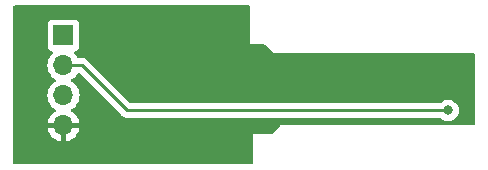
<source format=gbr>
%TF.GenerationSoftware,KiCad,Pcbnew,7.0.6-7.0.6~ubuntu22.04.1*%
%TF.CreationDate,2023-08-14T10:47:39+02:00*%
%TF.ProjectId,SHT45,53485434-352e-46b6-9963-61645f706362,rev?*%
%TF.SameCoordinates,Original*%
%TF.FileFunction,Copper,L2,Bot*%
%TF.FilePolarity,Positive*%
%FSLAX46Y46*%
G04 Gerber Fmt 4.6, Leading zero omitted, Abs format (unit mm)*
G04 Created by KiCad (PCBNEW 7.0.6-7.0.6~ubuntu22.04.1) date 2023-08-14 10:47:39*
%MOMM*%
%LPD*%
G01*
G04 APERTURE LIST*
%TA.AperFunction,ComponentPad*%
%ADD10R,1.700000X1.700000*%
%TD*%
%TA.AperFunction,ComponentPad*%
%ADD11O,1.700000X1.700000*%
%TD*%
%TA.AperFunction,ViaPad*%
%ADD12C,0.800000*%
%TD*%
%TA.AperFunction,Conductor*%
%ADD13C,0.250000*%
%TD*%
G04 APERTURE END LIST*
D10*
%TO.P,J1,1,Pin_1*%
%TO.N,+3.3V*%
X127711000Y-78232000D03*
D11*
%TO.P,J1,2,Pin_2*%
%TO.N,/SCL*%
X127711000Y-80772000D03*
%TO.P,J1,3,Pin_3*%
%TO.N,/SDA*%
X127711000Y-83312000D03*
%TO.P,J1,4,Pin_4*%
%TO.N,GND*%
X127711000Y-85852000D03*
%TD*%
D12*
%TO.N,GND*%
X151130000Y-82550000D03*
X130048000Y-83566000D03*
%TO.N,/SCL*%
X160274000Y-84582000D03*
%TD*%
D13*
%TO.N,/SCL*%
X160274000Y-84582000D02*
X133096000Y-84582000D01*
X129286000Y-80772000D02*
X127711000Y-80772000D01*
X133096000Y-84582000D02*
X129286000Y-80772000D01*
%TD*%
%TA.AperFunction,Conductor*%
%TO.N,GND*%
G36*
X143452539Y-75712185D02*
G01*
X143498294Y-75764989D01*
X143509500Y-75816500D01*
X143509500Y-78969467D01*
X143509416Y-78969889D01*
X143509459Y-78994001D01*
X143509500Y-78994099D01*
X143509616Y-78994382D01*
X143509618Y-78994384D01*
X143509808Y-78994462D01*
X143510000Y-78994541D01*
X143510002Y-78994539D01*
X143534616Y-78994524D01*
X143534616Y-78994528D01*
X143534760Y-78994500D01*
X144728430Y-78994500D01*
X144795469Y-79014185D01*
X144816111Y-79030819D01*
X145524197Y-79738904D01*
X145524488Y-79739339D01*
X145541616Y-79756381D01*
X145541617Y-79756383D01*
X145541717Y-79756424D01*
X145542000Y-79756542D01*
X145566585Y-79756553D01*
X145566856Y-79756500D01*
X162435500Y-79756500D01*
X162502539Y-79776185D01*
X162548294Y-79828989D01*
X162559500Y-79880500D01*
X162559500Y-85727500D01*
X162539815Y-85794539D01*
X162487011Y-85840294D01*
X162435500Y-85851500D01*
X146074856Y-85851500D01*
X146074703Y-85851469D01*
X146074703Y-85851478D01*
X146050000Y-85851457D01*
X146049756Y-85851559D01*
X146049616Y-85851617D01*
X146032558Y-85868635D01*
X146032357Y-85868934D01*
X145324111Y-86577181D01*
X145262788Y-86610666D01*
X145236430Y-86613500D01*
X143788760Y-86613500D01*
X143788554Y-86613459D01*
X143764000Y-86613459D01*
X143763901Y-86613500D01*
X143763617Y-86613616D01*
X143763615Y-86613618D01*
X143763459Y-86613999D01*
X143763476Y-86638616D01*
X143763471Y-86638616D01*
X143763500Y-86638759D01*
X143763500Y-89029500D01*
X143743815Y-89096539D01*
X143691011Y-89142294D01*
X143639500Y-89153500D01*
X123568500Y-89153500D01*
X123501461Y-89133815D01*
X123455706Y-89081011D01*
X123444500Y-89029500D01*
X123444500Y-83312000D01*
X126355341Y-83312000D01*
X126375936Y-83547403D01*
X126375938Y-83547413D01*
X126437094Y-83775655D01*
X126437096Y-83775659D01*
X126437097Y-83775663D01*
X126502292Y-83915474D01*
X126536965Y-83989830D01*
X126536967Y-83989834D01*
X126672501Y-84183395D01*
X126672506Y-84183402D01*
X126839597Y-84350493D01*
X126839603Y-84350498D01*
X127025594Y-84480730D01*
X127069219Y-84535307D01*
X127076413Y-84604805D01*
X127044890Y-84667160D01*
X127025595Y-84683880D01*
X126839922Y-84813890D01*
X126839920Y-84813891D01*
X126672891Y-84980920D01*
X126672886Y-84980926D01*
X126537400Y-85174420D01*
X126537399Y-85174422D01*
X126437570Y-85388507D01*
X126437567Y-85388513D01*
X126380364Y-85601999D01*
X126380364Y-85602000D01*
X127277314Y-85602000D01*
X127251507Y-85642156D01*
X127211000Y-85780111D01*
X127211000Y-85923889D01*
X127251507Y-86061844D01*
X127277314Y-86102000D01*
X126380364Y-86102000D01*
X126437567Y-86315486D01*
X126437570Y-86315492D01*
X126537399Y-86529578D01*
X126672894Y-86723082D01*
X126839917Y-86890105D01*
X127033421Y-87025600D01*
X127247507Y-87125429D01*
X127247516Y-87125433D01*
X127461000Y-87182634D01*
X127461000Y-86287501D01*
X127568685Y-86336680D01*
X127675237Y-86352000D01*
X127746763Y-86352000D01*
X127853315Y-86336680D01*
X127961000Y-86287501D01*
X127961000Y-87182633D01*
X128174483Y-87125433D01*
X128174492Y-87125429D01*
X128388578Y-87025600D01*
X128582082Y-86890105D01*
X128749105Y-86723082D01*
X128884600Y-86529578D01*
X128984429Y-86315492D01*
X128984432Y-86315486D01*
X129041636Y-86102000D01*
X128144686Y-86102000D01*
X128170493Y-86061844D01*
X128211000Y-85923889D01*
X128211000Y-85780111D01*
X128170493Y-85642156D01*
X128144686Y-85602000D01*
X129041636Y-85602000D01*
X129041635Y-85601999D01*
X128984432Y-85388513D01*
X128984429Y-85388507D01*
X128884600Y-85174422D01*
X128884599Y-85174420D01*
X128749113Y-84980926D01*
X128749108Y-84980920D01*
X128582078Y-84813890D01*
X128396405Y-84683879D01*
X128352780Y-84629302D01*
X128345588Y-84559804D01*
X128377110Y-84497449D01*
X128396406Y-84480730D01*
X128520635Y-84393744D01*
X128582401Y-84350495D01*
X128749495Y-84183401D01*
X128885035Y-83989830D01*
X128984903Y-83775663D01*
X129046063Y-83547408D01*
X129066659Y-83312000D01*
X129046063Y-83076592D01*
X128984903Y-82848337D01*
X128885035Y-82634171D01*
X128749495Y-82440599D01*
X128749494Y-82440597D01*
X128582402Y-82273506D01*
X128582396Y-82273501D01*
X128396842Y-82143575D01*
X128353217Y-82088998D01*
X128346023Y-82019500D01*
X128377546Y-81957145D01*
X128396842Y-81940425D01*
X128419026Y-81924891D01*
X128582401Y-81810495D01*
X128749495Y-81643401D01*
X128880253Y-81456658D01*
X128934831Y-81413033D01*
X129004329Y-81405839D01*
X129066684Y-81437362D01*
X129069510Y-81440100D01*
X132595194Y-84965784D01*
X132605019Y-84978048D01*
X132605240Y-84977866D01*
X132610210Y-84983873D01*
X132610213Y-84983876D01*
X132610214Y-84983877D01*
X132660651Y-85031241D01*
X132681530Y-85052120D01*
X132687004Y-85056366D01*
X132691442Y-85060156D01*
X132725418Y-85092062D01*
X132725422Y-85092064D01*
X132742973Y-85101713D01*
X132759231Y-85112392D01*
X132775064Y-85124674D01*
X132797015Y-85134172D01*
X132817837Y-85143183D01*
X132823081Y-85145752D01*
X132863908Y-85168197D01*
X132883312Y-85173179D01*
X132901710Y-85179478D01*
X132920105Y-85187438D01*
X132966129Y-85194726D01*
X132971832Y-85195907D01*
X133016981Y-85207500D01*
X133037016Y-85207500D01*
X133056413Y-85209026D01*
X133076196Y-85212160D01*
X133122583Y-85207775D01*
X133128422Y-85207500D01*
X159570252Y-85207500D01*
X159637291Y-85227185D01*
X159662400Y-85248526D01*
X159668126Y-85254885D01*
X159668130Y-85254889D01*
X159821265Y-85366148D01*
X159821270Y-85366151D01*
X159994192Y-85443142D01*
X159994197Y-85443144D01*
X160179354Y-85482500D01*
X160179355Y-85482500D01*
X160368644Y-85482500D01*
X160368646Y-85482500D01*
X160553803Y-85443144D01*
X160726730Y-85366151D01*
X160879871Y-85254888D01*
X161006533Y-85114216D01*
X161101179Y-84950284D01*
X161159674Y-84770256D01*
X161179460Y-84582000D01*
X161159674Y-84393744D01*
X161101179Y-84213716D01*
X161006533Y-84049784D01*
X160879871Y-83909112D01*
X160879870Y-83909111D01*
X160726734Y-83797851D01*
X160726729Y-83797848D01*
X160553807Y-83720857D01*
X160553802Y-83720855D01*
X160408000Y-83689865D01*
X160368646Y-83681500D01*
X160179354Y-83681500D01*
X160146897Y-83688398D01*
X159994197Y-83720855D01*
X159994192Y-83720857D01*
X159821270Y-83797848D01*
X159821265Y-83797851D01*
X159668130Y-83909110D01*
X159668126Y-83909114D01*
X159662400Y-83915474D01*
X159602913Y-83952121D01*
X159570252Y-83956500D01*
X133406452Y-83956500D01*
X133339413Y-83936815D01*
X133318771Y-83920181D01*
X129786803Y-80388212D01*
X129776980Y-80375950D01*
X129776759Y-80376134D01*
X129771786Y-80370123D01*
X129771785Y-80370122D01*
X129721364Y-80322773D01*
X129706926Y-80308335D01*
X129700475Y-80301883D01*
X129694986Y-80297625D01*
X129690561Y-80293847D01*
X129656582Y-80261938D01*
X129656580Y-80261936D01*
X129656577Y-80261935D01*
X129639029Y-80252288D01*
X129622763Y-80241604D01*
X129606933Y-80229325D01*
X129564168Y-80210818D01*
X129558922Y-80208248D01*
X129518093Y-80185803D01*
X129518092Y-80185802D01*
X129498693Y-80180822D01*
X129480281Y-80174518D01*
X129461898Y-80166562D01*
X129461892Y-80166560D01*
X129415874Y-80159272D01*
X129410152Y-80158087D01*
X129365021Y-80146500D01*
X129365019Y-80146500D01*
X129344984Y-80146500D01*
X129325586Y-80144973D01*
X129318162Y-80143797D01*
X129305805Y-80141840D01*
X129305804Y-80141840D01*
X129259416Y-80146225D01*
X129253578Y-80146500D01*
X128986227Y-80146500D01*
X128919188Y-80126815D01*
X128884652Y-80093623D01*
X128749496Y-79900600D01*
X128729396Y-79880500D01*
X128627567Y-79778671D01*
X128594084Y-79717351D01*
X128599068Y-79647659D01*
X128640939Y-79591725D01*
X128671915Y-79574810D01*
X128803331Y-79525796D01*
X128918546Y-79439546D01*
X129004796Y-79324331D01*
X129055091Y-79189483D01*
X129061500Y-79129873D01*
X129061499Y-77334128D01*
X129055091Y-77274517D01*
X129004796Y-77139669D01*
X129004795Y-77139668D01*
X129004793Y-77139664D01*
X128918547Y-77024455D01*
X128918544Y-77024452D01*
X128803335Y-76938206D01*
X128803328Y-76938202D01*
X128668482Y-76887908D01*
X128668483Y-76887908D01*
X128608883Y-76881501D01*
X128608881Y-76881500D01*
X128608873Y-76881500D01*
X128608864Y-76881500D01*
X126813129Y-76881500D01*
X126813123Y-76881501D01*
X126753516Y-76887908D01*
X126618671Y-76938202D01*
X126618664Y-76938206D01*
X126503455Y-77024452D01*
X126503452Y-77024455D01*
X126417206Y-77139664D01*
X126417202Y-77139671D01*
X126366908Y-77274517D01*
X126360501Y-77334116D01*
X126360501Y-77334123D01*
X126360500Y-77334135D01*
X126360500Y-79129870D01*
X126360501Y-79129876D01*
X126366908Y-79189483D01*
X126417202Y-79324328D01*
X126417206Y-79324335D01*
X126503452Y-79439544D01*
X126503455Y-79439547D01*
X126618664Y-79525793D01*
X126618671Y-79525797D01*
X126750081Y-79574810D01*
X126806015Y-79616681D01*
X126830432Y-79682145D01*
X126815580Y-79750418D01*
X126794430Y-79778673D01*
X126672503Y-79900600D01*
X126536965Y-80094169D01*
X126536964Y-80094171D01*
X126437098Y-80308335D01*
X126437094Y-80308344D01*
X126375938Y-80536586D01*
X126375936Y-80536596D01*
X126355341Y-80771999D01*
X126355341Y-80772000D01*
X126375936Y-81007403D01*
X126375938Y-81007413D01*
X126437094Y-81235655D01*
X126437096Y-81235659D01*
X126437097Y-81235663D01*
X126512563Y-81397500D01*
X126536965Y-81449830D01*
X126536967Y-81449834D01*
X126645281Y-81604521D01*
X126672501Y-81643396D01*
X126672506Y-81643402D01*
X126839597Y-81810493D01*
X126839603Y-81810498D01*
X127025158Y-81940425D01*
X127068783Y-81995002D01*
X127075977Y-82064500D01*
X127044454Y-82126855D01*
X127025158Y-82143575D01*
X126839597Y-82273505D01*
X126672505Y-82440597D01*
X126536965Y-82634169D01*
X126536964Y-82634171D01*
X126437098Y-82848335D01*
X126437094Y-82848344D01*
X126375938Y-83076586D01*
X126375936Y-83076596D01*
X126355341Y-83311999D01*
X126355341Y-83312000D01*
X123444500Y-83312000D01*
X123444500Y-75816500D01*
X123464185Y-75749461D01*
X123516989Y-75703706D01*
X123568500Y-75692500D01*
X143385500Y-75692500D01*
X143452539Y-75712185D01*
G37*
%TD.AperFunction*%
%TD*%
M02*

</source>
